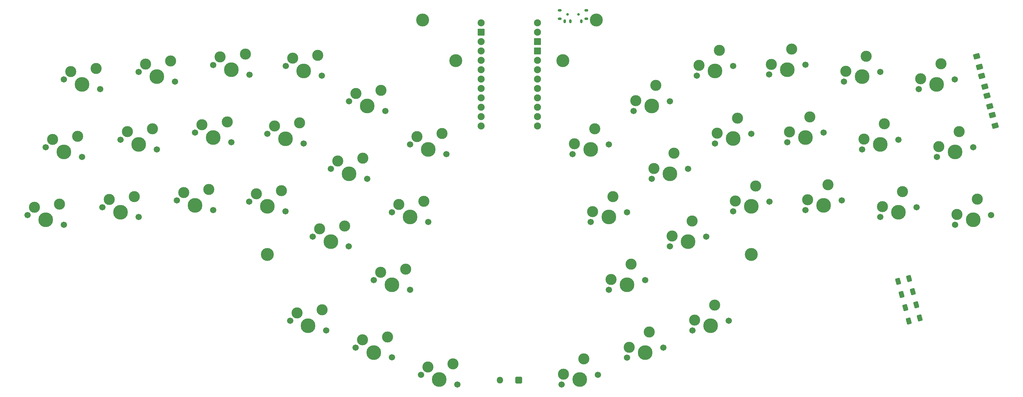
<source format=gbr>
%TF.GenerationSoftware,KiCad,Pcbnew,9.0.4*%
%TF.CreationDate,2025-08-25T00:55:56+03:00*%
%TF.ProjectId,MOKETA,4d4f4b45-5441-42e6-9b69-6361645f7063,rev?*%
%TF.SameCoordinates,Original*%
%TF.FileFunction,Soldermask,Top*%
%TF.FilePolarity,Negative*%
%FSLAX46Y46*%
G04 Gerber Fmt 4.6, Leading zero omitted, Abs format (unit mm)*
G04 Created by KiCad (PCBNEW 9.0.4) date 2025-08-25 00:55:56*
%MOMM*%
%LPD*%
G01*
G04 APERTURE LIST*
G04 Aperture macros list*
%AMRoundRect*
0 Rectangle with rounded corners*
0 $1 Rounding radius*
0 $2 $3 $4 $5 $6 $7 $8 $9 X,Y pos of 4 corners*
0 Add a 4 corners polygon primitive as box body*
4,1,4,$2,$3,$4,$5,$6,$7,$8,$9,$2,$3,0*
0 Add four circle primitives for the rounded corners*
1,1,$1+$1,$2,$3*
1,1,$1+$1,$4,$5*
1,1,$1+$1,$6,$7*
1,1,$1+$1,$8,$9*
0 Add four rect primitives between the rounded corners*
20,1,$1+$1,$2,$3,$4,$5,0*
20,1,$1+$1,$4,$5,$6,$7,0*
20,1,$1+$1,$6,$7,$8,$9,0*
20,1,$1+$1,$8,$9,$2,$3,0*%
G04 Aperture macros list end*
%ADD10C,1.701800*%
%ADD11C,3.000000*%
%ADD12C,3.987800*%
%ADD13O,1.900000X1.900000*%
%ADD14RoundRect,0.250000X-0.700000X-0.700000X0.700000X-0.700000X0.700000X0.700000X-0.700000X0.700000X0*%
%ADD15C,3.500000*%
%ADD16RoundRect,0.200000X0.784645X-0.320334X0.519355X0.669740X-0.784645X0.320334X-0.519355X-0.669740X0*%
%ADD17RoundRect,0.200000X-0.259964X-0.768469X0.609369X-0.535531X0.259964X0.768469X-0.609369X0.535531X0*%
%ADD18RoundRect,0.200000X-0.300000X-0.100000X0.300000X-0.100000X0.300000X0.100000X-0.300000X0.100000X0*%
%ADD19C,0.700000*%
%ADD20RoundRect,0.200000X0.100000X-0.300000X0.100000X0.300000X-0.100000X0.300000X-0.100000X-0.300000X0*%
%ADD21O,1.800000X1.800000*%
%ADD22RoundRect,0.250000X0.650000X-0.650000X0.650000X0.650000X-0.650000X0.650000X-0.650000X-0.650000X0*%
G04 APERTURE END LIST*
D10*
%TO.C,SW24*%
X318801229Y-131967696D03*
D11*
X319370554Y-129185544D03*
D12*
X323708132Y-130652895D03*
D11*
X324846784Y-125088591D03*
D10*
X328615035Y-129338094D03*
%TD*%
D13*
%TO.C,U1*%
X210828193Y-95657847D03*
X210828193Y-98197847D03*
D14*
X210828193Y-100737847D03*
X210828193Y-103277847D03*
D13*
X210828193Y-105817847D03*
X210828193Y-108357847D03*
X210828193Y-110897847D03*
X210828193Y-113437847D03*
X210828193Y-115977847D03*
X210828193Y-118517847D03*
X210828193Y-121057847D03*
X210828193Y-123597847D03*
X195588193Y-123597847D03*
X195588193Y-121057847D03*
X195588193Y-118517847D03*
X195588193Y-115977847D03*
X195588193Y-113437847D03*
X195588193Y-110897847D03*
X195588193Y-108357847D03*
X195588193Y-105817847D03*
X195588193Y-103277847D03*
X195588193Y-100737847D03*
D14*
X195588193Y-98197847D03*
D13*
X195588193Y-95657847D03*
%TD*%
D10*
%TO.C,SW8*%
X236779959Y-119501591D03*
D11*
X237349284Y-116719439D03*
D12*
X241686862Y-118186790D03*
D11*
X242825514Y-112622486D03*
D10*
X246593765Y-116871989D03*
%TD*%
%TO.C,SW22*%
X278382700Y-128019056D03*
D11*
X278952025Y-125236904D03*
D12*
X283289603Y-126704255D03*
D11*
X284428255Y-121139951D03*
D10*
X288196506Y-125389454D03*
%TD*%
%TO.C,SW16*%
X137759525Y-125709206D03*
D11*
X139643651Y-123584455D03*
D12*
X142666428Y-127024007D03*
D11*
X146434680Y-122774504D03*
D10*
X147573331Y-128338808D03*
%TD*%
%TO.C,SW6*%
X176328208Y-128589666D03*
D11*
X178212334Y-126464915D03*
D12*
X181235111Y-129904467D03*
D11*
X185003363Y-125654964D03*
D10*
X186142014Y-131219268D03*
%TD*%
D15*
%TO.C,MH*%
X179721380Y-94865123D03*
%TD*%
D16*
%TO.C,D45*%
X333167737Y-118227128D03*
X332397751Y-115353498D03*
%TD*%
D10*
%TO.C,SW34*%
X283300265Y-146371645D03*
D11*
X283869590Y-143589493D03*
D12*
X288207168Y-145056844D03*
D11*
X289345820Y-139492540D03*
D10*
X293114071Y-143742043D03*
%TD*%
D17*
%TO.C,R2*%
X309287473Y-169242239D03*
X312281843Y-168439899D03*
%TD*%
D10*
%TO.C,SW10*%
X273475138Y-109656466D03*
D11*
X274044463Y-106874314D03*
D12*
X278382041Y-108341665D03*
D11*
X279520693Y-102777361D03*
D10*
X283288944Y-107026864D03*
%TD*%
%TO.C,SW33*%
X263715693Y-146691403D03*
D11*
X264285018Y-143909251D03*
D12*
X268622596Y-145376602D03*
D11*
X269761248Y-139812298D03*
D10*
X273529499Y-144061801D03*
%TD*%
%TO.C,SW20*%
X241677521Y-137854181D03*
D11*
X242246846Y-135072029D03*
D12*
X246584424Y-136539380D03*
D11*
X247723076Y-130975076D03*
D10*
X251491327Y-135224579D03*
%TD*%
%TO.C,SW40*%
X217288828Y-193580439D03*
D11*
X217858153Y-190798287D03*
D12*
X222195731Y-192265638D03*
D11*
X223334383Y-186701334D03*
D10*
X227102634Y-190950837D03*
%TD*%
D15*
%TO.C,MH*%
X268622596Y-158376602D03*
%TD*%
D18*
%TO.C,SW44*%
X216795730Y-92272125D03*
X216795730Y-94508125D03*
D19*
X218895730Y-93365125D03*
X221895730Y-93365125D03*
D18*
X223995730Y-92272125D03*
X223995730Y-94508125D03*
D20*
X222645730Y-95215125D03*
X219645730Y-95215125D03*
X218145730Y-95215125D03*
%TD*%
D10*
%TO.C,SW35*%
X303484939Y-148244204D03*
D11*
X304054264Y-145462052D03*
D12*
X308391842Y-146929403D03*
D11*
X309530494Y-141365099D03*
D10*
X313298745Y-145614602D03*
%TD*%
%TO.C,SW29*%
X149962580Y-153577166D03*
D11*
X151846706Y-151452415D03*
D12*
X154869483Y-154891967D03*
D11*
X158637735Y-150642464D03*
D10*
X159776386Y-156206768D03*
%TD*%
%TO.C,SW3*%
X123092520Y-107036860D03*
D11*
X124976646Y-104912109D03*
D12*
X127999423Y-108351661D03*
D11*
X131767675Y-104102158D03*
D10*
X132906326Y-109666462D03*
%TD*%
%TO.C,SW5*%
X159797702Y-116871985D03*
D11*
X161681828Y-114747234D03*
D12*
X164704605Y-118186786D03*
D11*
X168472857Y-113937283D03*
D10*
X169611508Y-119501587D03*
%TD*%
D16*
%TO.C,D46*%
X334591239Y-123539717D03*
X333821253Y-120666087D03*
%TD*%
D10*
%TO.C,SW25*%
X72858868Y-147690680D03*
D11*
X74742994Y-145565929D03*
D12*
X77765771Y-149005481D03*
D11*
X81534023Y-144755978D03*
D10*
X82672674Y-150320282D03*
%TD*%
D15*
%TO.C,MH*%
X188721372Y-105849998D03*
%TD*%
D10*
%TO.C,SW27*%
X113257397Y-143742040D03*
D11*
X115141523Y-141617289D03*
D12*
X118164300Y-145056841D03*
D11*
X121932552Y-140807338D03*
D10*
X123071203Y-146371642D03*
%TD*%
%TO.C,SW17*%
X154880143Y-135224576D03*
D11*
X156764269Y-133099825D03*
D12*
X159787046Y-136539377D03*
D11*
X163555298Y-132289874D03*
D10*
X164693949Y-137854178D03*
%TD*%
D17*
%TO.C,R4*%
X311202733Y-176390091D03*
X314197103Y-175587751D03*
%TD*%
D10*
%TO.C,SW28*%
X132841967Y-144061799D03*
D11*
X134726093Y-141937048D03*
D12*
X137748870Y-145376600D03*
D11*
X141517122Y-141127097D03*
D10*
X142655773Y-146691401D03*
%TD*%
D15*
%TO.C,MH*%
X137748870Y-158376599D03*
%TD*%
D16*
%TO.C,D44*%
X331744232Y-112914534D03*
X330974246Y-110040904D03*
%TD*%
D10*
%TO.C,SW39*%
X179288828Y-190950836D03*
D11*
X181172954Y-188826085D03*
D12*
X184195731Y-192265637D03*
D11*
X187963983Y-188016134D03*
D10*
X189102634Y-193580438D03*
%TD*%
D17*
%TO.C,R3*%
X310245103Y-172816168D03*
X313239473Y-172013828D03*
%TD*%
D10*
%TO.C,SW7*%
X220249455Y-131219268D03*
D11*
X220818780Y-128437116D03*
D12*
X225156358Y-129904467D03*
D11*
X226295010Y-124340163D03*
D10*
X230063261Y-128589666D03*
%TD*%
%TO.C,SW9*%
X253900569Y-109986223D03*
D11*
X254469894Y-107204071D03*
D12*
X258807472Y-108671422D03*
D11*
X259946124Y-103107118D03*
D10*
X263714375Y-107356621D03*
%TD*%
D15*
%TO.C,MH*%
X226670082Y-94865120D03*
%TD*%
D10*
%TO.C,SW32*%
X246595084Y-156206768D03*
D11*
X247164409Y-153424616D03*
D12*
X251501987Y-154891967D03*
D11*
X252640639Y-149327663D03*
D10*
X256408890Y-153577166D03*
%TD*%
D21*
%TO.C,J1*%
X200655733Y-192450000D03*
D22*
X205735733Y-192450000D03*
%TD*%
D17*
%TO.C,R1*%
X308329842Y-165668317D03*
X311324212Y-164865977D03*
%TD*%
D16*
%TO.C,D43*%
X330320727Y-107601943D03*
X329550741Y-104728313D03*
%TD*%
D10*
%TO.C,SW30*%
X166493083Y-165294843D03*
D11*
X168377209Y-163170092D03*
D12*
X171399986Y-166609644D03*
D11*
X175168238Y-162360141D03*
D10*
X176306889Y-167924445D03*
%TD*%
%TO.C,SW31*%
X230084572Y-167924453D03*
D11*
X230653897Y-165142301D03*
D12*
X234991475Y-166609652D03*
D11*
X236130127Y-161045348D03*
D10*
X239898378Y-165294851D03*
%TD*%
%TO.C,SW23*%
X298567379Y-129901609D03*
D11*
X299136704Y-127119457D03*
D12*
X303474282Y-128586808D03*
D11*
X304612934Y-123022504D03*
D10*
X308381185Y-127272007D03*
%TD*%
%TO.C,SW13*%
X77776430Y-129338091D03*
D11*
X79660556Y-127213340D03*
D12*
X82683333Y-130652892D03*
D11*
X86451585Y-126403389D03*
D10*
X87590236Y-131967693D03*
%TD*%
%TO.C,SW42*%
X252695446Y-178973640D03*
D11*
X253264771Y-176191488D03*
D12*
X257602349Y-177658839D03*
D11*
X258741001Y-172094535D03*
D10*
X262509252Y-176344038D03*
%TD*%
%TO.C,SW26*%
X93082717Y-145624601D03*
D11*
X94966843Y-143499850D03*
D12*
X97989620Y-146939402D03*
D11*
X101757872Y-142689899D03*
D10*
X102896523Y-148254203D03*
%TD*%
%TO.C,SW11*%
X293659815Y-111549025D03*
D11*
X294229140Y-108766873D03*
D12*
X298566718Y-110234224D03*
D11*
X299705370Y-104669920D03*
D10*
X303473621Y-108919423D03*
%TD*%
%TO.C,SW1*%
X82693991Y-110985500D03*
D11*
X84578117Y-108860749D03*
D12*
X87600894Y-112300301D03*
D11*
X91369146Y-108050798D03*
D10*
X92507797Y-113615102D03*
%TD*%
%TO.C,SW41*%
X234992136Y-186287039D03*
D11*
X235561461Y-183504887D03*
D12*
X239899039Y-184972238D03*
D11*
X241037691Y-179407934D03*
D10*
X244805942Y-183657437D03*
%TD*%
%TO.C,SW37*%
X143862217Y-176344036D03*
D11*
X145746343Y-174219285D03*
D12*
X148769120Y-177658837D03*
D11*
X152537372Y-173409334D03*
D10*
X153676023Y-178973638D03*
%TD*%
%TO.C,SW15*%
X118174962Y-125389452D03*
D11*
X120059088Y-123264701D03*
D12*
X123081865Y-126704253D03*
D11*
X126850117Y-122454750D03*
D10*
X127988768Y-128019054D03*
%TD*%
%TO.C,SW4*%
X142677089Y-107356618D03*
D11*
X144561215Y-105231867D03*
D12*
X147583992Y-108671419D03*
D11*
X151352244Y-104421916D03*
D10*
X152490895Y-109986220D03*
%TD*%
%TO.C,SW12*%
X313873671Y-113605102D03*
D11*
X314442996Y-110822950D03*
D12*
X318780574Y-112290301D03*
D11*
X319919226Y-106725997D03*
D10*
X323687477Y-110975500D03*
%TD*%
%TO.C,SW14*%
X98000283Y-127272008D03*
D11*
X99884409Y-125147257D03*
D12*
X102907186Y-128586809D03*
D11*
X106675438Y-124337306D03*
D10*
X107814089Y-129901610D03*
%TD*%
%TO.C,SW18*%
X171410645Y-146942256D03*
D11*
X173294771Y-144817505D03*
D12*
X176317548Y-148257057D03*
D11*
X180085800Y-144007554D03*
D10*
X181224451Y-149571858D03*
%TD*%
%TO.C,SW38*%
X161575522Y-183647439D03*
D11*
X163459648Y-181522688D03*
D12*
X166482425Y-184962240D03*
D11*
X170250677Y-180712737D03*
D10*
X171389328Y-186277041D03*
%TD*%
%TO.C,SW36*%
X323698792Y-150320284D03*
D11*
X324268117Y-147538132D03*
D12*
X328605695Y-149005483D03*
D11*
X329744347Y-143441179D03*
D10*
X333512598Y-147690682D03*
%TD*%
%TO.C,SW19*%
X225157013Y-149561857D03*
D11*
X225726338Y-146779705D03*
D12*
X230063916Y-148247056D03*
D11*
X231202568Y-142682752D03*
D10*
X234970819Y-146932255D03*
%TD*%
D15*
%TO.C,MH*%
X217670090Y-105880245D03*
%TD*%
D10*
%TO.C,SW21*%
X258808128Y-128328813D03*
D11*
X259377453Y-125546661D03*
D12*
X263715031Y-127014012D03*
D11*
X264853683Y-121449708D03*
D10*
X268621934Y-125699211D03*
%TD*%
%TO.C,SW2*%
X102917844Y-108919421D03*
D11*
X104801970Y-106794670D03*
D12*
X107824747Y-110234222D03*
D11*
X111592999Y-105984719D03*
D10*
X112731650Y-111549023D03*
%TD*%
M02*

</source>
